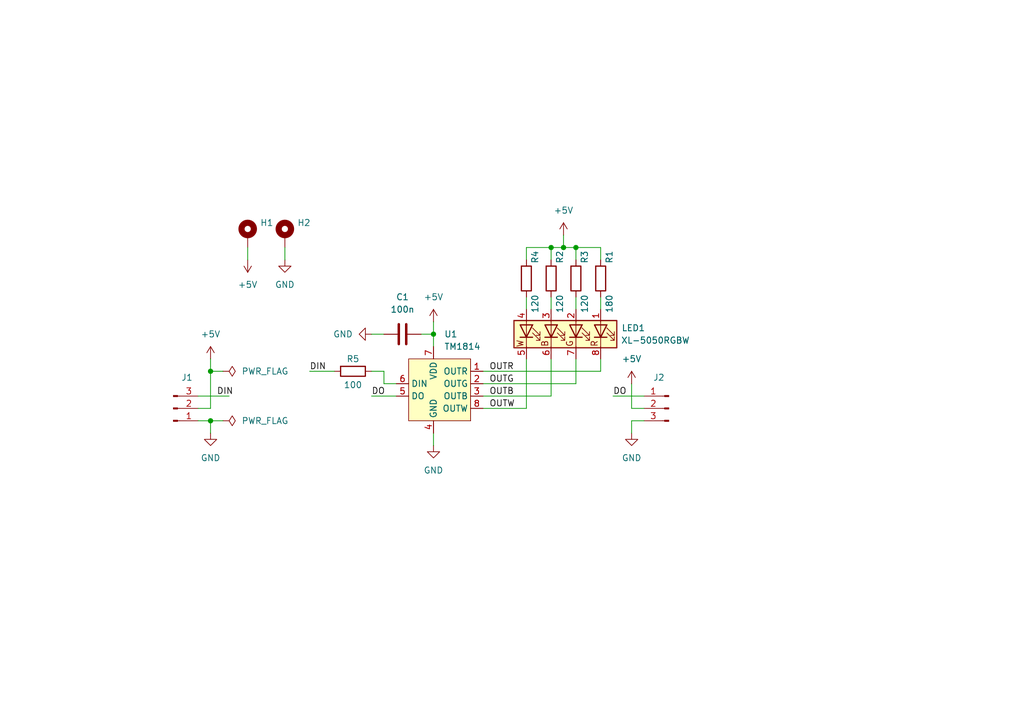
<source format=kicad_sch>
(kicad_sch (version 20231120) (generator "eeschema") (generator_version "8.0")
  (paper "A5")
  (lib_symbols
    (symbol "Connector:Conn_01x03_Pin" (pin_names (offset 1.016) hide)
      (property "Reference" "J" (at 0 5.08 0))
      (property "Value" "Conn_01x03_Pin" (at 0 -5.08 0))
      (symbol "Conn_01x03_Pin_1_1"
        (polyline (pts (xy 1.27 -2.54) (xy 0.8636 -2.54)) (stroke (width 0.1524)))
        (polyline (pts (xy 1.27 0) (xy 0.8636 0)) (stroke (width 0.1524)))
        (polyline (pts (xy 1.27 2.54) (xy 0.8636 2.54)) (stroke (width 0.1524)))
        (rectangle (start 0.8636 -2.413) (end 0 -2.667) (stroke (width 0.1524)) (fill (type outline)))
        (rectangle (start 0.8636 0.127) (end 0 -0.127) (stroke (width 0.1524)) (fill (type outline)))
        (rectangle (start 0.8636 2.667) (end 0 2.413) (stroke (width 0.1524)) (fill (type outline)))
        (pin passive line (at 5.08 2.54 180) (length 3.81) (name "Pin_1") (number "1"))
        (pin passive line (at 5.08 0 180) (length 3.81) (name "Pin_2") (number "2"))
        (pin passive line (at 5.08 -2.54 180) (length 3.81) (name "Pin_3") (number "3"))
      )
    )
    (symbol "Device:C" (pin_numbers hide) (pin_names (offset 0.254))
      (property "Reference" "C" (at 0.635 2.54 0))
      (property "Value" "C" (at 0.635 -2.54 0))
      (symbol "C_0_1"
        (polyline (pts (xy -2.032 -0.762) (xy 2.032 -0.762)) (stroke (width 0.508)))
        (polyline (pts (xy -2.032 0.762) (xy 2.032 0.762)) (stroke (width 0.508)))
      )
      (symbol "C_1_1"
        (pin passive line (at 0 3.81 270) (length 2.794) (name "~") (number "1"))
        (pin passive line (at 0 -3.81 90) (length 2.794) (name "~") (number "2"))
      )
    )
    (symbol "Device:R" (pin_numbers hide) (pin_names (offset 0))
      (property "Reference" "R" (at 2.032 0 90))
      (property "Value" "R" (at 0 0 90))
      (symbol "R_0_1"
        (rectangle (start -1.016 -2.54) (end 1.016 2.54) (stroke (width 0.254)))
      )
      (symbol "R_1_1"
        (pin passive line (at 0 3.81 270) (length 1.27) (name "~") (number "1"))
        (pin passive line (at 0 -3.81 90) (length 1.27) (name "~") (number "2"))
      )
    )
    (symbol "Mechanical:MountingHole_Pad" (pin_numbers hide) (pin_names (offset 1.016) hide) (exclude_from_sim yes) (in_bom no)
      (property "Reference" "H" (at 0 6.35 0))
      (property "Value" "MountingHole_Pad" (at 0 4.445 0))
      (symbol "MountingHole_Pad_0_1"
        (circle (center 0 1.27) (radius 1.27) (stroke (width 1.27)))
      )
      (symbol "MountingHole_Pad_1_1"
        (pin input line (at 0 -2.54 90) (length 2.54) (name "1") (number "1"))
      )
    )
    (symbol "User_Symbols:TM1814"
      (property "Reference" "U" (at 1.27 1.27 0))
      (property "Value" "TM1814" (at 10.16 1.27 0))
      (symbol "TM1814_1_1"
        (rectangle (start 0 0) (end 12.7 -12.7) (fill (type background)))
        (pin open_collector line (at 15.24 -2.54 180) (length 2.54) (name "OUTR") (number "1"))
        (pin open_collector line (at 15.24 -5.08 180) (length 2.54) (name "OUTG") (number "2"))
        (pin open_collector line (at 15.24 -7.62 180) (length 2.54) (name "OUTB") (number "3"))
        (pin power_in line (at 5.08 -15.24 90) (length 2.54) (name "GND") (number "4"))
        (pin output line (at -2.54 -7.62 0) (length 2.54) (name "DO") (number "5"))
        (pin input line (at -2.54 -5.08 0) (length 2.54) (name "DIN") (number "6"))
        (pin power_in line (at 5.08 2.54 270) (length 2.54) (name "VDD") (number "7"))
        (pin open_collector line (at 15.24 -10.16 180) (length 2.54) (name "OUTW") (number "8"))
      )
    )
    (symbol "User_Symbols:XL-5050RGBW" (pin_names hide)
      (property "Reference" "LED" (at 1.27 2.54 0))
      (property "Value" "XL-5050RGBW" (at 2.54 -22.86 0))
      (symbol "XL-5050RGBW_0_0"
        (text "B" (at 4.445 -13.97 0) (effects (font (size 1.27 1.27))))
        (text "G" (at 4.445 -8.89 0) (effects (font (size 1.27 1.27))))
        (text "R" (at 4.445 -3.81 0) (effects (font (size 1.27 1.27))))
      )
      (symbol "XL-5050RGBW_0_1"
        (rectangle (start -0.254 0.762) (end 5.334 -20.32) (stroke (width 0.254)) (fill (type background)))
        (polyline (pts (xy 0 -7.62) (xy 3.175 -7.62)))
        (polyline (pts (xy 3.175 -17.78) (xy 0 -17.78)))
        (polyline (pts (xy 3.175 -17.78) (xy 5.08 -17.78)))
        (polyline (pts (xy 3.175 -16.51) (xy 3.175 -19.05)) (stroke (width 0.254)))
        (polyline (pts (xy 3.175 -12.7) (xy 0 -12.7)))
        (polyline (pts (xy 3.175 -12.7) (xy 5.08 -12.7)))
        (polyline (pts (xy 3.175 -11.43) (xy 3.175 -13.97)) (stroke (width 0.254)))
        (polyline (pts (xy 3.175 -7.62) (xy 5.08 -7.62)))
        (polyline (pts (xy 3.175 -6.35) (xy 3.175 -8.89)) (stroke (width 0.254)))
        (polyline (pts (xy 3.175 -2.54) (xy 0 -2.54)))
        (polyline (pts (xy 3.175 -2.54) (xy 5.08 -2.54)))
        (polyline (pts (xy 3.175 -1.27) (xy 3.175 -3.81)) (stroke (width 0.254)))
        (polyline (pts (xy 3.175 -6.35) (xy 3.175 -8.89) (xy 3.175 -8.89)))
        (polyline (pts (xy 3.175 -1.27) (xy 3.175 -3.81) (xy 3.175 -3.81)))
        (polyline (pts (xy 0.635 -16.51) (xy 0.635 -19.05) (xy 3.175 -17.78) (xy 0.635 -16.51)) (stroke (width 0.254)))
        (polyline (pts (xy 0.635 -11.43) (xy 0.635 -13.97) (xy 3.175 -12.7) (xy 0.635 -11.43)) (stroke (width 0.254)))
        (polyline (pts (xy 0.635 -6.35) (xy 0.635 -8.89) (xy 3.175 -7.62) (xy 0.635 -6.35)) (stroke (width 0.254)))
        (polyline (pts (xy 0.635 -1.27) (xy 0.635 -3.81) (xy 3.175 -2.54) (xy 0.635 -1.27)) (stroke (width 0.254)))
        (polyline (pts (xy 1.27 -16.51) (xy 2.794 -14.986) (xy 2.032 -14.986) (xy 2.794 -14.986) (xy 2.794 -15.748)))
        (polyline (pts (xy 1.27 -11.43) (xy 2.794 -9.906) (xy 2.032 -9.906) (xy 2.794 -9.906) (xy 2.794 -10.668)))
        (polyline (pts (xy 1.27 -6.35) (xy 2.794 -4.826) (xy 2.032 -4.826) (xy 2.794 -4.826) (xy 2.794 -5.588)))
        (polyline (pts (xy 1.27 -1.27) (xy 2.794 0.254) (xy 2.032 0.254) (xy 2.794 0.254) (xy 2.794 -0.508)))
        (polyline (pts (xy 2.286 -16.51) (xy 3.81 -14.986) (xy 3.048 -14.986) (xy 3.81 -14.986) (xy 3.81 -15.748)))
        (polyline (pts (xy 2.286 -11.43) (xy 3.81 -9.906) (xy 3.048 -9.906) (xy 3.81 -9.906) (xy 3.81 -10.668)))
        (polyline (pts (xy 2.286 -6.35) (xy 3.81 -4.826) (xy 3.048 -4.826) (xy 3.81 -4.826) (xy 3.81 -5.588)))
        (polyline (pts (xy 2.286 -1.27) (xy 3.81 0.254) (xy 3.048 0.254) (xy 3.81 0.254) (xy 3.81 -0.508)))
        (rectangle (start 1.27 -6.35) (end 1.27 -6.35))
        (rectangle (start 1.27 -1.27) (end 1.27 -1.27))
      )
      (symbol "XL-5050RGBW_1_0"
        (text "W" (at 4.445 -19.05 0) (effects (font (size 1.27 1.27))))
      )
      (symbol "XL-5050RGBW_1_1"
        (pin passive line (at -2.54 -2.54 0) (length 2.54) (name "RA") (number "1"))
        (pin passive line (at -2.54 -7.62 0) (length 2.54) (name "GA") (number "2"))
        (pin passive line (at -2.54 -12.7 0) (length 2.54) (name "BA") (number "3"))
        (pin passive line (at -2.54 -17.78 0) (length 2.54) (name "WA") (number "4"))
        (pin passive line (at 7.62 -17.78 180) (length 2.54) (name "WK") (number "5"))
        (pin passive line (at 7.62 -12.7 180) (length 2.54) (name "BK") (number "6"))
        (pin passive line (at 7.62 -7.62 180) (length 2.54) (name "GK") (number "7"))
        (pin passive line (at 7.62 -2.54 180) (length 2.54) (name "RK") (number "8"))
      )
    )
    (symbol "power:+5V" (power) (pin_numbers hide) (pin_names (offset 0) hide)
      (property "Value" "+5V" (at 0 3.556 0))
      (symbol "+5V_0_1"
        (polyline (pts (xy -0.762 1.27) (xy 0 2.54)))
        (polyline (pts (xy 0 0) (xy 0 2.54)))
        (polyline (pts (xy 0 2.54) (xy 0.762 1.27)))
      )
      (symbol "+5V_1_1"
        (pin power_in line (at 0 0 90) (length 0) (name "~") (number "1"))
      )
    )
    (symbol "power:GND" (power) (pin_numbers hide) (pin_names (offset 0) hide)
      (property "Value" "GND" (at 0 -3.81 0))
      (symbol "GND_0_1"
        (polyline (pts (xy 0 0) (xy 0 -1.27) (xy 1.27 -1.27) (xy 0 -2.54) (xy -1.27 -1.27) (xy 0 -1.27)))
      )
      (symbol "GND_1_1"
        (pin power_in line (at 0 0 270) (length 0) (name "~") (number "1"))
      )
    )
    (symbol "power:PWR_FLAG" (power) (pin_numbers hide) (pin_names (offset 0) hide)
      (property "Value" "PWR_FLAG" (at 0 3.81 0))
      (symbol "PWR_FLAG_0_0"
        (pin power_out line (at 0 0 90) (length 0) (name "~") (number "1"))
      )
      (symbol "PWR_FLAG_0_1"
        (polyline (pts (xy 0 0) (xy 0 1.27) (xy -1.016 1.905) (xy 0 2.54) (xy 1.016 1.905) (xy 0 1.27)))
      )
    )
  )
  (junction (at 43.18 76.2))
  (junction (at 88.9 68.58))
  (junction (at 113.03 50.8))
  (junction (at 115.57 50.8))
  (junction (at 43.18 86.36))
  (junction (at 118.11 50.8))
  (wire (pts (xy 50.8 53.34) (xy 50.8 50.8)))
  (wire (pts (xy 43.18 76.2) (xy 43.18 83.82)))
  (wire (pts (xy 115.57 50.8) (xy 118.11 50.8)))
  (wire (pts (xy 76.2 76.2) (xy 78.74 76.2)))
  (wire (pts (xy 76.2 81.28) (xy 81.28 81.28)))
  (wire (pts (xy 43.18 76.2) (xy 45.72 76.2)))
  (wire (pts (xy 40.64 86.36) (xy 43.18 86.36)))
  (wire (pts (xy 76.2 68.58) (xy 78.74 68.58)))
  (wire (pts (xy 113.03 50.8) (xy 113.03 53.34)))
  (wire (pts (xy 118.11 50.8) (xy 123.19 50.8)))
  (wire (pts (xy 129.54 86.36) (xy 132.08 86.36)))
  (wire (pts (xy 99.06 76.2) (xy 123.19 76.2)))
  (wire (pts (xy 129.54 88.9) (xy 129.54 86.36)))
  (wire (pts (xy 78.74 76.2) (xy 78.74 78.74)))
  (wire (pts (xy 99.06 83.82) (xy 107.95 83.82)))
  (wire (pts (xy 88.9 88.9) (xy 88.9 91.44)))
  (wire (pts (xy 125.73 81.28) (xy 132.08 81.28)))
  (wire (pts (xy 123.19 50.8) (xy 123.19 53.34)))
  (wire (pts (xy 118.11 78.74) (xy 118.11 73.66)))
  (wire (pts (xy 88.9 68.58) (xy 88.9 71.12)))
  (wire (pts (xy 107.95 60.96) (xy 107.95 63.5)))
  (wire (pts (xy 123.19 60.96) (xy 123.19 63.5)))
  (wire (pts (xy 118.11 50.8) (xy 118.11 53.34)))
  (wire (pts (xy 123.19 76.2) (xy 123.19 73.66)))
  (wire (pts (xy 115.57 48.26) (xy 115.57 50.8)))
  (wire (pts (xy 107.95 50.8) (xy 107.95 53.34)))
  (wire (pts (xy 113.03 60.96) (xy 113.03 63.5)))
  (wire (pts (xy 43.18 86.36) (xy 45.72 86.36)))
  (wire (pts (xy 88.9 66.04) (xy 88.9 68.58)))
  (wire (pts (xy 132.08 83.82) (xy 129.54 83.82)))
  (wire (pts (xy 40.64 81.28) (xy 46.99 81.28)))
  (wire (pts (xy 99.06 78.74) (xy 118.11 78.74)))
  (wire (pts (xy 113.03 50.8) (xy 107.95 50.8)))
  (wire (pts (xy 40.64 83.82) (xy 43.18 83.82)))
  (wire (pts (xy 78.74 78.74) (xy 81.28 78.74)))
  (wire (pts (xy 86.36 68.58) (xy 88.9 68.58)))
  (wire (pts (xy 115.57 50.8) (xy 113.03 50.8)))
  (wire (pts (xy 63.5 76.2) (xy 68.58 76.2)))
  (wire (pts (xy 113.03 81.28) (xy 113.03 73.66)))
  (wire (pts (xy 58.42 50.8) (xy 58.42 53.34)))
  (wire (pts (xy 129.54 83.82) (xy 129.54 78.74)))
  (wire (pts (xy 99.06 81.28) (xy 113.03 81.28)))
  (wire (pts (xy 107.95 73.66) (xy 107.95 83.82)))
  (wire (pts (xy 43.18 73.66) (xy 43.18 76.2)))
  (wire (pts (xy 43.18 86.36) (xy 43.18 88.9)))
  (wire (pts (xy 118.11 60.96) (xy 118.11 63.5)))
  (label "DIN" (at 63.5 76.2 0))
  (label "DO" (at 125.73 81.28 0))
  (label "DO" (at 76.2 81.28 0))
  (label "OUTR" (at 100.33 76.2 0))
  (label "DIN" (at 44.45 81.28 0))
  (label "OUTG" (at 100.33 78.74 0))
  (label "OUTB" (at 100.33 81.28 0))
  (label "OUTW" (at 100.33 83.82 0))
  (symbol (lib_id "Device:R") (at 107.95 57.15 0) (unit 1)
    (property "Reference" "R4" (at 109.728 54.102 90) (effects (justify left)))
    (property "Value" "120" (at 109.728 64.262 90) (effects (justify left)))
    (property "Footprint" "Resistor_SMD:R_0603_1608Metric" (effects (hide yes)))
    (property "Description" "Resistor" (effects (hide yes)))
    (property "LCSC" "C22787" (effects (hide yes)))
  )
  (symbol (lib_id "Connector:Conn_01x03_Pin") (at 35.56 83.82 0) (mirror x) (unit 1)
    (property "Reference" "J1" (at 38.354 77.47 0))
    (property "Value" "Conn_01x03_Pin" (effects (hide yes)))
    (property "Footprint" "Connector_JST:JST_PH_S3B-PH-K_1x03_P2.00mm_Horizontal" (effects (hide yes)))
    (property "Description" "Generic connector, single row, 01x03, script generated" (effects (hide yes)))
    (property "LCSC" "C157929" (effects (hide yes)))
  )
  (symbol (lib_id "Mechanical:MountingHole_Pad") (at 50.8 48.26 0) (unit 1) (exclude_from_sim yes) (in_bom no)
    (property "Reference" "H1" (at 53.34 45.7199 0) (effects (justify left)))
    (property "Value" "MountingHole_Pad" (effects (hide yes)))
    (property "Footprint" "MountingHole:MountingHole_3.2mm_M3_Pad" (effects (hide yes)))
    (property "Description" "Mounting Hole with connection" (effects (hide yes)))
  )
  (symbol (lib_id "Device:R") (at 113.03 57.15 0) (unit 1)
    (property "Reference" "R2" (at 114.808 54.102 90) (effects (justify left)))
    (property "Value" "120" (at 114.808 64.262 90) (effects (justify left)))
    (property "Footprint" "Resistor_SMD:R_0603_1608Metric" (effects (hide yes)))
    (property "Description" "Resistor" (effects (hide yes)))
    (property "LCSC" "C22787" (effects (hide yes)))
  )
  (symbol (lib_id "power:GND") (at 129.54 88.9 0) (unit 1)
    (property "Reference" "#PWR06" (effects (hide yes)))
    (property "Value" "GND" (at 129.54 93.98 0))
    (property "Description" "Power symbol creates a global label with name \"GND\" , ground" (effects (hide yes)))
  )
  (symbol (lib_id "Mechanical:MountingHole_Pad") (at 58.42 48.26 0) (unit 1) (exclude_from_sim yes) (in_bom no)
    (property "Reference" "H2" (at 60.96 45.7199 0) (effects (justify left)))
    (property "Value" "MountingHole_Pad" (effects (hide yes)))
    (property "Footprint" "MountingHole:MountingHole_3.2mm_M3_Pad" (effects (hide yes)))
    (property "Description" "Mounting Hole with connection" (effects (hide yes)))
  )
  (symbol (lib_id "power:GND") (at 43.18 88.9 0) (unit 1)
    (property "Reference" "#PWR04" (effects (hide yes)))
    (property "Value" "GND" (at 43.18 93.98 0))
    (property "Description" "Power symbol creates a global label with name \"GND\" , ground" (effects (hide yes)))
  )
  (symbol (lib_id "Device:C") (at 82.55 68.58 90) (unit 1)
    (property "Reference" "C1" (at 82.55 60.96 90))
    (property "Value" "100n" (at 82.55 63.5 90))
    (property "Footprint" "Capacitor_SMD:C_0402_1005Metric" (effects (hide yes)))
    (property "Description" "Unpolarized capacitor" (effects (hide yes)))
    (property "LCSC" "C1525" (effects (hide yes)))
  )
  (symbol (lib_id "power:+5V") (at 50.8 53.34 180) (unit 1)
    (property "Reference" "#PWR010" (effects (hide yes)))
    (property "Value" "+5V" (at 50.8 58.42 0))
    (property "Description" "Power symbol creates a global label with name \"+5V\"" (effects (hide yes)))
  )
  (symbol (lib_id "Device:R") (at 72.39 76.2 90) (unit 1)
    (property "Reference" "R5" (at 72.39 73.66 90))
    (property "Value" "100" (at 72.39 78.994 90))
    (property "Footprint" "Resistor_SMD:R_0402_1005Metric" (effects (hide yes)))
    (property "Description" "Resistor" (effects (hide yes)))
    (property "LCSC" "C25076" (effects (hide yes)))
  )
  (symbol (lib_id "power:+5V") (at 129.54 78.74 0) (unit 1)
    (property "Reference" "#PWR05" (effects (hide yes)))
    (property "Value" "+5V" (at 129.54 73.66 0))
    (property "Description" "Power symbol creates a global label with name \"+5V\"" (effects (hide yes)))
  )
  (symbol (lib_id "power:PWR_FLAG") (at 45.72 86.36 270) (unit 1)
    (property "Reference" "#FLG02" (effects (hide yes)))
    (property "Value" "PWR_FLAG" (at 49.53 86.3599 90) (effects (justify left)))
    (property "Description" "Special symbol for telling ERC where power comes from" (effects (hide yes)))
  )
  (symbol (lib_id "power:GND") (at 76.2 68.58 270) (unit 1)
    (property "Reference" "#PWR09" (effects (hide yes)))
    (property "Value" "GND" (at 72.39 68.5799 90) (effects (justify right)))
    (property "Description" "Power symbol creates a global label with name \"GND\" , ground" (effects (hide yes)))
  )
  (symbol (lib_id "User_Symbols:TM1814") (at 83.82 73.66 0) (unit 1)
    (property "Reference" "U1" (at 91.0941 68.58 0) (effects (justify left)))
    (property "Value" "TM1814" (at 91.0941 71.12 0) (effects (justify left)))
    (property "Footprint" "Package_SO:SOP-8_3.9x4.9mm_P1.27mm" (effects (hide yes)))
    (property "Datasheet" "https://wmsc.lcsc.com/wmsc/upload/file/pdf/v2/lcsc/2402210952_TM-Shenzhen-Titan-Micro-Elec-TM1814-TA2105B_C20622183.pdf" (effects (hide yes)))
    (property "Description" "RGBW Serial LED Driver" (effects (hide yes)))
    (property "LCSC" "C20622183" (effects (hide yes)))
  )
  (symbol (lib_id "power:+5V") (at 115.57 48.26 0) (unit 1)
    (property "Reference" "#PWR07" (effects (hide yes)))
    (property "Value" "+5V" (at 115.57 43.18 0))
    (property "Description" "Power symbol creates a global label with name \"+5V\"" (effects (hide yes)))
  )
  (symbol (lib_id "Device:R") (at 123.19 57.15 0) (unit 1)
    (property "Reference" "R1" (at 124.968 54.102 90) (effects (justify left)))
    (property "Value" "180" (at 124.968 64.262 90) (effects (justify left)))
    (property "Footprint" "Resistor_SMD:R_0603_1608Metric" (effects (hide yes)))
    (property "Description" "Resistor" (effects (hide yes)))
    (property "LCSC" "C22828" (effects (hide yes)))
  )
  (symbol (lib_id "power:GND") (at 58.42 53.34 0) (unit 1)
    (property "Reference" "#PWR08" (effects (hide yes)))
    (property "Value" "GND" (at 58.42 58.42 0))
    (property "Description" "Power symbol creates a global label with name \"GND\" , ground" (effects (hide yes)))
  )
  (symbol (lib_id "Connector:Conn_01x03_Pin") (at 137.16 83.82 0) (mirror y) (unit 1)
    (property "Reference" "J2" (at 135.128 77.47 0))
    (property "Value" "Conn_01x03_Pin" (effects (hide yes)))
    (property "Footprint" "Connector_JST:JST_PH_S3B-PH-K_1x03_P2.00mm_Horizontal" (effects (hide yes)))
    (property "Description" "Generic connector, single row, 01x03, script generated" (effects (hide yes)))
    (property "LCSC" "C157929" (effects (hide yes)))
  )
  (symbol (lib_id "power:+5V") (at 43.18 73.66 0) (unit 1)
    (property "Reference" "#PWR01" (effects (hide yes)))
    (property "Value" "+5V" (at 43.18 68.58 0))
    (property "Description" "Power symbol creates a global label with name \"+5V\"" (effects (hide yes)))
  )
  (symbol (lib_id "power:GND") (at 88.9 91.44 0) (unit 1)
    (property "Reference" "#PWR02" (effects (hide yes)))
    (property "Value" "GND" (at 88.9 96.52 0))
    (property "Description" "Power symbol creates a global label with name \"GND\" , ground" (effects (hide yes)))
  )
  (symbol (lib_id "power:PWR_FLAG") (at 45.72 76.2 270) (unit 1)
    (property "Reference" "#FLG01" (effects (hide yes)))
    (property "Value" "PWR_FLAG" (at 49.53 76.1999 90) (effects (justify left)))
    (property "Description" "Special symbol for telling ERC where power comes from" (effects (hide yes)))
  )
  (symbol (lib_id "Device:R") (at 118.11 57.15 0) (unit 1)
    (property "Reference" "R3" (at 119.888 54.102 90) (effects (justify left)))
    (property "Value" "120" (at 119.888 64.262 90) (effects (justify left)))
    (property "Footprint" "Resistor_SMD:R_0603_1608Metric" (effects (hide yes)))
    (property "Description" "Resistor" (effects (hide yes)))
    (property "LCSC" "C22787" (effects (hide yes)))
  )
  (symbol (lib_id "User_Symbols:XL-5050RGBW") (at 125.73 66.04 270) (unit 1)
    (property "Reference" "LED1" (at 132.334 67.31 90) (effects (justify right)))
    (property "Value" "XL-5050RGBW" (at 141.478 69.85 90) (effects (justify right)))
    (property "Footprint" "User_Footprints:XL-5050RGBW" (effects (hide yes)))
    (property "Datasheet" "https://wmsc.lcsc.com/wmsc/upload/file/pdf/v2/lcsc/2402181502_XINGLIGHT-XL-5050RGBW_C7371891.pdf" (effects (hide yes)))
    (property "LCSC" "C7371891" (effects (hide yes)))
  )
  (symbol (lib_id "power:+5V") (at 88.9 66.04 0) (unit 1)
    (property "Reference" "#PWR03" (effects (hide yes)))
    (property "Value" "+5V" (at 88.9 60.96 0))
    (property "Description" "Power symbol creates a global label with name \"+5V\"" (effects (hide yes)))
  )
)
</source>
